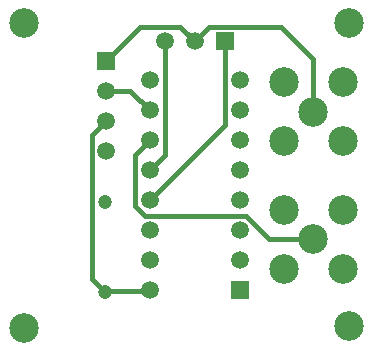
<source format=gtl>
G04*
G04 #@! TF.GenerationSoftware,Altium Limited,Altium Designer,20.0.2 (26)*
G04*
G04 Layer_Physical_Order=1*
G04 Layer_Color=255*
%FSLAX25Y25*%
%MOIN*%
G70*
G01*
G75*
%ADD19C,0.01600*%
%ADD20C,0.09843*%
%ADD21C,0.04724*%
%ADD22R,0.05906X0.05906*%
%ADD23C,0.05906*%
%ADD24C,0.05906*%
%ADD25R,0.05906X0.05906*%
%ADD26R,0.05906X0.05906*%
D19*
X384000Y285000D02*
Y302505D01*
X373253Y313253D02*
X384000Y302505D01*
X349253Y313253D02*
X373253D01*
X383500Y242500D02*
X384000Y242000D01*
X324747Y253531D02*
Y270747D01*
X369221Y242500D02*
X383500D01*
X328026Y250253D02*
X361469D01*
X324747Y253531D02*
X328026Y250253D01*
X324747Y270747D02*
X329500Y275500D01*
X361469Y250253D02*
X369221Y242500D01*
X315000Y302000D02*
X326253Y313253D01*
X339747D01*
X334500Y270500D02*
Y308500D01*
X329500Y265500D02*
X334500Y270500D01*
X329500Y255500D02*
X354500Y280500D01*
Y308500D01*
X344500D02*
X349253Y313253D01*
X339747D02*
X344500Y308500D01*
X329250Y225250D02*
X329500Y225500D01*
X314750Y225250D02*
X329250D01*
X314500Y225000D02*
X314750Y225250D01*
X310247Y277247D02*
X315000Y282000D01*
X310247Y229253D02*
Y277247D01*
Y229253D02*
X314500Y225000D01*
X315000Y292000D02*
X323000D01*
X329500Y285500D01*
D20*
X374158Y252343D02*
D03*
X393843D02*
D03*
Y232658D02*
D03*
X374158D02*
D03*
X384000Y242500D02*
D03*
X393843Y275157D02*
D03*
X374158D02*
D03*
Y294843D02*
D03*
X393843D02*
D03*
X384000Y285000D02*
D03*
X396000Y213500D02*
D03*
Y314500D02*
D03*
X287500D02*
D03*
Y213000D02*
D03*
D21*
X314500Y225000D02*
D03*
Y255000D02*
D03*
D22*
X359500Y225500D02*
D03*
D23*
Y235500D02*
D03*
Y245500D02*
D03*
Y255500D02*
D03*
Y265500D02*
D03*
Y275500D02*
D03*
Y285500D02*
D03*
Y295500D02*
D03*
X329500Y225500D02*
D03*
Y235500D02*
D03*
Y245500D02*
D03*
Y255500D02*
D03*
Y265500D02*
D03*
Y275500D02*
D03*
Y285500D02*
D03*
Y295500D02*
D03*
D24*
X315000Y272000D02*
D03*
Y282000D02*
D03*
Y292000D02*
D03*
X334500Y308500D02*
D03*
X344500D02*
D03*
D25*
X315000Y302000D02*
D03*
D26*
X354500Y308500D02*
D03*
M02*

</source>
